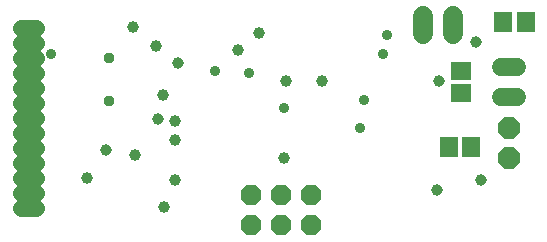
<source format=gbs>
G75*
%MOIN*%
%OFA0B0*%
%FSLAX25Y25*%
%IPPOS*%
%LPD*%
%AMOC8*
5,1,8,0,0,1.08239X$1,22.5*
%
%ADD10OC8,0.06800*%
%ADD11C,0.05556*%
%ADD12C,0.06800*%
%ADD13OC8,0.07400*%
%ADD14R,0.05918X0.06706*%
%ADD15C,0.06000*%
%ADD16R,0.06706X0.05918*%
%ADD17C,0.03600*%
%ADD18C,0.03700*%
%ADD19C,0.03900*%
%ADD20C,0.03850*%
D10*
X0100406Y0015167D03*
X0110406Y0015167D03*
X0120406Y0015167D03*
X0120406Y0025167D03*
X0110406Y0025167D03*
X0100406Y0025167D03*
D11*
X0028471Y0020957D02*
X0023715Y0020957D01*
X0023715Y0025957D02*
X0028471Y0025957D01*
X0028471Y0030957D02*
X0023715Y0030957D01*
X0023715Y0035957D02*
X0028471Y0035957D01*
X0028471Y0040957D02*
X0023715Y0040957D01*
X0023715Y0045957D02*
X0028471Y0045957D01*
X0028471Y0050957D02*
X0023715Y0050957D01*
X0023715Y0055957D02*
X0028471Y0055957D01*
X0028471Y0060957D02*
X0023715Y0060957D01*
X0023715Y0065957D02*
X0028471Y0065957D01*
X0028471Y0070957D02*
X0023715Y0070957D01*
X0023715Y0075957D02*
X0028471Y0075957D01*
X0028471Y0080957D02*
X0023715Y0080957D01*
D12*
X0157579Y0078877D02*
X0157579Y0084877D01*
X0167579Y0084877D02*
X0167579Y0078877D01*
D13*
X0186400Y0047486D03*
X0186400Y0037486D03*
D14*
X0173720Y0041253D03*
X0166240Y0041253D03*
X0184286Y0082905D03*
X0191766Y0082905D03*
D15*
X0188881Y0067971D02*
X0183681Y0067971D01*
X0183681Y0057971D02*
X0188881Y0057971D01*
D16*
X0170180Y0059113D03*
X0170180Y0066593D03*
D17*
X0145680Y0078522D03*
X0144280Y0072222D03*
X0137980Y0056822D03*
X0136580Y0047722D03*
X0111380Y0054322D03*
X0099480Y0065922D03*
X0088280Y0066622D03*
X0033680Y0072222D03*
D18*
X0052880Y0070853D03*
X0052780Y0056453D03*
D19*
X0070780Y0058422D03*
X0074780Y0050022D03*
X0074980Y0043522D03*
X0061680Y0038622D03*
X0045580Y0030922D03*
X0071304Y0021209D03*
X0074980Y0030222D03*
X0111280Y0037722D03*
X0112080Y0063122D03*
X0123980Y0063122D03*
X0095980Y0073622D03*
X0102980Y0079222D03*
X0068680Y0075022D03*
X0060980Y0081322D03*
D20*
X0075880Y0069153D03*
X0069380Y0050553D03*
X0051980Y0040153D03*
X0162180Y0026953D03*
X0176780Y0030353D03*
X0162780Y0063153D03*
X0175380Y0076253D03*
M02*

</source>
